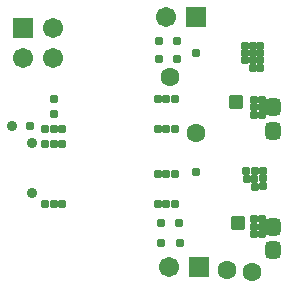
<source format=gbs>
G04 Layer_Color=16711935*
%FSLAX25Y25*%
%MOIN*%
G70*
G01*
G75*
%ADD46C,0.06312*%
G04:AMPARAMS|DCode=47|XSize=53mil|YSize=58mil|CornerRadius=15.25mil|HoleSize=0mil|Usage=FLASHONLY|Rotation=0.000|XOffset=0mil|YOffset=0mil|HoleType=Round|Shape=RoundedRectangle|*
%AMROUNDEDRECTD47*
21,1,0.05300,0.02750,0,0,0.0*
21,1,0.02250,0.05800,0,0,0.0*
1,1,0.03050,0.01125,-0.01375*
1,1,0.03050,-0.01125,-0.01375*
1,1,0.03050,-0.01125,0.01375*
1,1,0.03050,0.01125,0.01375*
%
%ADD47ROUNDEDRECTD47*%
%ADD48C,0.06706*%
%ADD49R,0.06706X0.06706*%
%ADD50R,0.06706X0.06706*%
%ADD51C,0.03500*%
%ADD52C,0.03100*%
D46*
X85039Y9646D02*
D03*
X66339Y55709D02*
D03*
X57677Y74410D02*
D03*
X76772Y10039D02*
D03*
D47*
X92126Y56496D02*
D03*
Y64370D02*
D03*
X92126Y16732D02*
D03*
Y24606D02*
D03*
D48*
X18898Y80709D02*
D03*
X8898D02*
D03*
X18898Y90709D02*
D03*
X56339Y94685D02*
D03*
X57284Y11220D02*
D03*
D49*
X8898Y90709D02*
D03*
D50*
X66339Y94685D02*
D03*
X67283Y11220D02*
D03*
D51*
X11811Y52559D02*
D03*
Y35827D02*
D03*
X5118Y58071D02*
D03*
D52*
X53740Y67205D02*
D03*
X59449D02*
D03*
X56496Y67165D02*
D03*
X53740Y57205D02*
D03*
X59449D02*
D03*
X56496Y57165D02*
D03*
X53740Y42205D02*
D03*
X59449D02*
D03*
X56496Y42165D02*
D03*
X53740Y32205D02*
D03*
X59449D02*
D03*
X56496Y32165D02*
D03*
X80709Y67126D02*
D03*
X78740D02*
D03*
Y65157D02*
D03*
X80709D02*
D03*
X79331Y25016D02*
D03*
X81299D02*
D03*
Y26984D02*
D03*
X79331D02*
D03*
X87598Y82480D02*
D03*
X82874D02*
D03*
X87598Y77559D02*
D03*
X85236D02*
D03*
Y82480D02*
D03*
X87598Y84842D02*
D03*
X82874D02*
D03*
X85827Y40551D02*
D03*
X86024Y43307D02*
D03*
X83268Y40551D02*
D03*
X88583Y40748D02*
D03*
Y38189D02*
D03*
Y43307D02*
D03*
X83071D02*
D03*
X86024Y37992D02*
D03*
X87795Y80118D02*
D03*
X82874D02*
D03*
X85433D02*
D03*
X85236Y84842D02*
D03*
X18996Y67205D02*
D03*
Y62205D02*
D03*
X88386Y61811D02*
D03*
X85827D02*
D03*
Y66929D02*
D03*
X88386D02*
D03*
X85827Y64370D02*
D03*
X88386D02*
D03*
X88386Y22047D02*
D03*
X85827D02*
D03*
Y27165D02*
D03*
X88386D02*
D03*
X85827Y24606D02*
D03*
X88386D02*
D03*
X66535Y82480D02*
D03*
Y42913D02*
D03*
X11220Y58071D02*
D03*
X21850Y57284D02*
D03*
X19094D02*
D03*
X16142D02*
D03*
X21850Y52165D02*
D03*
X19094D02*
D03*
X16142D02*
D03*
X21850Y32283D02*
D03*
X19094D02*
D03*
X16142D02*
D03*
X54055Y86614D02*
D03*
X53976Y80512D02*
D03*
X60118Y86614D02*
D03*
X60039Y80512D02*
D03*
X54646Y25984D02*
D03*
X54843Y19291D02*
D03*
X60709Y25984D02*
D03*
X60905Y19291D02*
D03*
M02*

</source>
